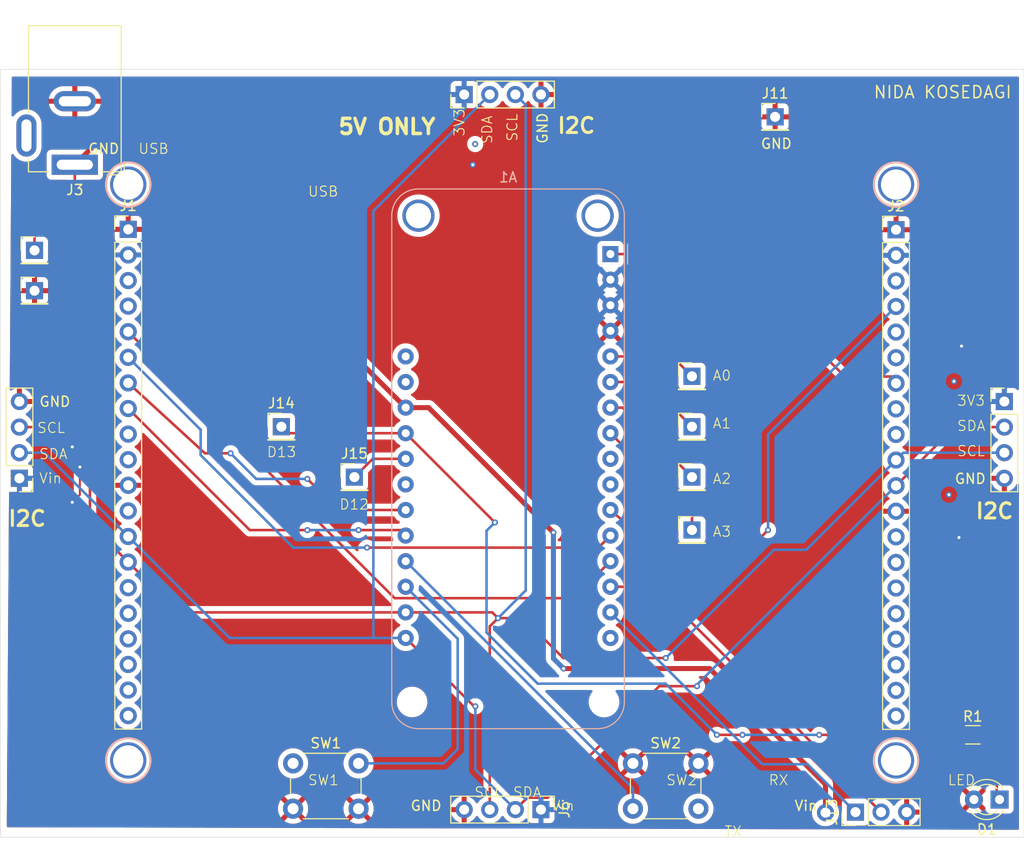
<source format=kicad_pcb>
(kicad_pcb (version 20240108) (generator "pcbnew") (generator_version "8.0")
  (layers (0 "F.Cu" signal) (31 "B.Cu" signal) (34 "B.Paste" user) (35 "F.Paste" user) (36 "B.SilkS" user "B.Silkscreen") (37 "F.SilkS" user "F.Silkscreen") (38 "B.Mask" user) (39 "F.Mask" user) (44 "Edge.Cuts" user))
  (net 0 "")
  (net 1 "GND")
  (net 2 "RESET")
  (net 3 "3V3")
  (net 4 "A0")
  (net 5 "A1")
  (net 6 "A2")
  (net 7 "A3")
  (net 8 "A4")
  (net 9 "A5")
  (net 10 "SCK")
  (net 11 "MOSI")
  (net 12 "MISO")
  (net 13 "RX")
  (net 14 "TX")
  (net 15 "TXD0")
  (net 16 "SDA")
  (net 17 "SCL")
  (net 18 "D5")
  (net 19 "D6")
  (net 20 "D10")
  (net 21 "D11")
  (net 22 "D12")
  (net 23 "D13")
  (net 24 "Vin")
  (net 27 "Net-(D1-K)")
  (net 29 "CLK")
  (net 30 "D{slash}C")
  (net 31 "RST")
  (net 41 "unconnected-(J2-Pin_4-Pad4)")
  (footprint "Connector_PinHeader_2.54mm:PinHeader_1x03_P2.54mm_Vertical" (layer "F.Cu") (at 186.475 139.75 90)
    (property "Reference" "J13" (at 0 -2.33 90) (layer "F.SilkS"))
    (property "Value" "Conn_01x03")
    (pad "1" thru_hole rect (at 0 0 90) (size 1.7 1.7) (drill 1) (layers "*.Cu" "*.Mask") (net 14 "TX"))
    (pad "2" thru_hole oval (at 0 2.54 90) (size 1.7 1.7) (drill 1) (layers "*.Cu" "*.Mask") (net 13 "RX"))
    (pad "3" thru_hole oval (at 0 5.08 90) (size 1.7 1.7) (drill 1) (layers "*.Cu" "*.Mask") (net 1 "GND"))
  )
  (footprint "Resistor_SMD:R_1206_3216Metric_Pad1.30x1.75mm_HandSolder" (layer "F.Cu") (at 198.12 132.08)
    (property "Reference" "R1" (at 0 -1.82 0) (layer "F.SilkS"))
    (property "Value" "220R")
    (pad "1" smd roundrect (at -1.55 0) (size 1.3 1.75) (layers "F.Cu" "F.Paste" "F.Mask") (roundrect_rratio 0.1923076923) (net 23 "D13"))
    (pad "2" smd roundrect (at 1.55 0) (size 1.3 1.75) (layers "F.Cu" "F.Paste" "F.Mask") (roundrect_rratio 0.1923076923) (net 27 "Net-(D1-K)"))
  )
  (footprint "Connector_PinHeader_2.54mm:PinHeader_1x01_P2.54mm_Vertical" (layer "F.Cu") (at 105 88)
    (property "Reference" "J12" (hide yes))
    (property "Value" "Conn_01x01" (hide yes))
    (pad "1" thru_hole rect (at 0 0) (size 1.7 1.7) (drill 1) (layers "*.Cu" "*.Mask") (net 1 "GND"))
  )
  (footprint "" (layer "F.Cu") (at 183.5 139.7)
    (property "Reference" "" (at 0 0 0) (layer "F.SilkS") (effects (font (size 1.27 1.27))))
    (property "Value" "")
    (pad "2" thru_hole oval (at 0 0.1 90) (size 1.7 1.7) (drill 1) (layers "*.Cu" "*.Mask" "Eco1.User") (net 24 "Vin"))
  )
  (footprint "Connector_PinHeader_2.54mm:PinHeader_1x04_P2.54mm_Vertical" (layer "F.Cu") (at 147.641059 68.534826 90)
    (property "Reference" "J7" (hide yes))
    (property "Value" "Conn_01x04" (hide yes))
    (pad "1" thru_hole rect (at 0 0 90) (size 1.7 1.7) (drill 1) (layers "*.Cu" "*.Mask") (net 3 "3V3"))
    (pad "2" thru_hole oval (at 0 2.54 90) (size 1.7 1.7) (drill 1) (layers "*.Cu" "*.Mask") (net 16 "SDA"))
    (pad "3" thru_hole oval (at 0 5.08 90) (size 1.7 1.7) (drill 1) (layers "*.Cu" "*.Mask") (net 17 "SCL"))
    (pad "4" thru_hole oval (at 0 7.62 90) (size 1.7 1.7) (drill 1) (layers "*.Cu" "*.Mask") (net 1 "GND"))
  )
  (footprint "Connector_PinHeader_2.54mm:PinHeader_1x01_P2.54mm_Vertical" (layer "F.Cu") (at 170.25 106.5)
    (property "Reference" "J17" (hide yes))
    (property "Value" "Conn_01x01" (hide yes))
    (pad "1" thru_hole rect (at 0 0) (size 1.7 1.7) (drill 1) (layers "*.Cu" "*.Mask") (net 6 "A2"))
  )
  (footprint "Connector_BarrelJack:BarrelJack_GCT_DCJ200-10-A_Horizontal" (layer "F.Cu") (at 109 75.5 180)
    (property "Reference" "J3" (at 0 -2.5 0) (layer "F.SilkS"))
    (property "Value" "Barrel_Jack")
    (pad "1" thru_hole rect (at 0 0 180) (size 4.6 2) (drill oval 3.6 1) (layers "*.Cu" "*.Mask") (net 24 "Vin"))
    (pad "2" thru_hole oval (at 0 6.3 180) (size 4.2 2) (drill oval 3.2 1) (layers "*.Cu" "*.Mask") (net 1 "GND"))
    (pad "3" thru_hole oval (at 4.8 2.9 180) (size 2 4.2) (drill oval 1 3.2) (layers "*.Cu" "*.Mask"))
  )
  (footprint "LED_THT:LED_D3.0mm" (layer "F.Cu") (at 200.775 138.5 180)
    (property "Reference" "D1" (at 1.27 -2.96 0) (layer "F.SilkS"))
    (property "Value" "LED")
    (pad "1" thru_hole rect (at 0 0 180) (size 1.8 1.8) (drill 0.9) (layers "*.Cu" "*.Mask") (net 27 "Net-(D1-K)"))
    (pad "2" thru_hole circle (at 2.54 0 180) (size 1.8 1.8) (drill 0.9) (layers "*.Cu" "*.Mask") (net 1 "GND"))
  )
  (footprint "Connector_PinHeader_2.54mm:PinHeader_1x20_P2.54mm_Vertical" (layer "F.Cu") (at 114.3 81.915)
    (property "Reference" "J1" (at 0 -2.33 0) (layer "F.SilkS"))
    (property "Value" "Conn_01x20" (hide yes))
    (pad "1" thru_hole rect (at 0 0) (size 1.7 1.7) (drill 1) (layers "*.Cu" "*.Mask") (net 1 "GND"))
    (pad "2" thru_hole oval (at 0 2.54) (size 1.7 1.7) (drill 1) (layers "*.Cu" "*.Mask") (net 3 "3V3"))
    (pad "3" thru_hole oval (at 0 5.08) (size 1.7 1.7) (drill 1) (layers "*.Cu" "*.Mask"))
    (pad "4" thru_hole oval (at 0 7.62) (size 1.7 1.7) (drill 1) (layers "*.Cu" "*.Mask") (net 29 "CLK"))
    (pad "5" thru_hole oval (at 0 10.16) (size 1.7 1.7) (drill 1) (layers "*.Cu" "*.Mask") (net 12 "MISO"))
    (pad "6" thru_hole oval (at 0 12.7) (size 1.7 1.7) (drill 1) (layers "*.Cu" "*.Mask") (net 11 "MOSI"))
    (pad "7" thru_hole oval (at 0 15.24) (size 1.7 1.7) (drill 1) (layers "*.Cu" "*.Mask") (net 20 "D10"))
    (pad "8" thru_hole oval (at 0 17.78) (size 1.7 1.7) (drill 1) (layers "*.Cu" "*.Mask") (net 30 "D{slash}C"))
    (pad "9" thru_hole oval (at 0 20.32) (size 1.7 1.7) (drill 1) (layers "*.Cu" "*.Mask") (net 31 "RST"))
    (pad "10" thru_hole oval (at 0 22.86) (size 1.7 1.7) (drill 1) (layers "*.Cu" "*.Mask"))
    (pad "11" thru_hole oval (at 0 25.4) (size 1.7 1.7) (drill 1) (layers "*.Cu" "*.Mask") (net 1 "GND"))
    (pad "12" thru_hole oval (at 0 27.94) (size 1.7 1.7) (drill 1) (layers "*.Cu" "*.Mask"))
    (pad "13" thru_hole oval (at 0 30.48) (size 1.7 1.7) (drill 1) (layers "*.Cu" "*.Mask") (net 16 "SDA"))
    (pad "14" thru_hole oval (at 0 33.02) (size 1.7 1.7) (drill 1) (layers "*.Cu" "*.Mask") (net 17 "SCL"))
    (pad "15" thru_hole oval (at 0 35.56) (size 1.7 1.7) (drill 1) (layers "*.Cu" "*.Mask"))
    (pad "16" thru_hole oval (at 0 38.1) (size 1.7 1.7) (drill 1) (layers "*.Cu" "*.Mask"))
    (pad "17" thru_hole oval (at 0 40.64) (size 1.7 1.7) (drill 1) (layers "*.Cu" "*.Mask"))
    (pad "18" thru_hole oval (at 0 43.18) (size 1.7 1.7) (drill 1) (layers "*.Cu" "*.Mask"))
    (pad "19" thru_hole oval (at 0 45.72) (size 1.7 1.7) (drill 1) (layers "*.Cu" "*.Mask"))
    (pad "20" thru_hole oval (at 0 48.26) (size 1.7 1.7) (drill 1) (layers "*.Cu" "*.Mask"))
  )
  (footprint "Connector_PinHeader_2.54mm:PinHeader_1x04_P2.54mm_Vertical" (layer "F.Cu") (at 155.261059 139.5 -90)
    (property "Reference" "J6" (at 0 -2.33 90) (layer "F.SilkS"))
    (property "Value" "Conn_01x04")
    (pad "1" thru_hole rect (at 0 0 270) (size 1.7 1.7) (drill 1) (layers "*.Cu" "*.Mask") (net 3 "3V3"))
    (pad "2" thru_hole oval (at 0 2.54 270) (size 1.7 1.7) (drill 1) (layers "*.Cu" "*.Mask") (net 16 "SDA"))
    (pad "3" thru_hole oval (at 0 5.08 270) (size 1.7 1.7) (drill 1) (layers "*.Cu" "*.Mask") (net 17 "SCL"))
    (pad "4" thru_hole oval (at 0 7.62 270) (size 1.7 1.7) (drill 1) (layers "*.Cu" "*.Mask") (net 1 "GND"))
  )
  (footprint "Connector_PinHeader_2.54mm:PinHeader_1x01_P2.54mm_Vertical" (layer "F.Cu") (at 178.5 70.75)
    (property "Reference" "J11" (at 0 -2.33 0) (layer "F.SilkS"))
    (property "Value" "Conn_01x01" (hide yes))
    (pad "1" thru_hole rect (at 0 0) (size 1.7 1.7) (drill 1) (layers "*.Cu" "*.Mask") (net 1 "GND"))
  )
  (footprint "Button_Switch_THT:SW_PUSH_6mm" (layer "F.Cu") (at 130.66 134.91)
    (property "Reference" "SW1" (at 3.25 -2 0) (layer "F.SilkS"))
    (property "Value" "SW_Push_Dual")
    (pad "1" thru_hole circle (at 0 0 90) (size 2 2) (drill 1.1) (layers "*.Cu" "*.Mask") (net 18 "D5"))
    (pad "1" thru_hole circle (at 6.5 0 90) (size 2 2) (drill 1.1) (layers "*.Cu" "*.Mask") (net 18 "D5"))
    (pad "2" thru_hole circle (at 0 4.5 90) (size 2 2) (drill 1.1) (layers "*.Cu" "*.Mask") (net 1 "GND"))
    (pad "2" thru_hole circle (at 6.5 4.5 90) (size 2 2) (drill 1.1) (layers "*.Cu" "*.Mask") (net 1 "GND"))
  )
  (footprint "Connector_PinHeader_2.54mm:PinHeader_1x04_P2.54mm_Vertical" (layer "F.Cu") (at 103.5 106.62 180)
    (property "Reference" "J5" (hide yes))
    (property "Value" "Conn_01x04" (hide yes))
    (pad "1" thru_hole rect (at 0 0 180) (size 1.7 1.7) (drill 1) (layers "*.Cu" "*.Mask") (net 3 "3V3"))
    (pad "2" thru_hole oval (at 0 2.54 180) (size 1.7 1.7) (drill 1) (layers "*.Cu" "*.Mask") (net 16 "SDA"))
    (pad "3" thru_hole oval (at 0 5.08 180) (size 1.7 1.7) (drill 1) (layers "*.Cu" "*.Mask") (net 17 "SCL"))
    (pad "4" thru_hole oval (at 0 7.62 180) (size 1.7 1.7) (drill 1) (layers "*.Cu" "*.Mask") (net 1 "GND"))
  )
  (footprint "Connector_PinHeader_2.54mm:PinHeader_1x01_P2.54mm_Vertical" (layer "F.Cu") (at 136.75 106.5)
    (property "Reference" "J15" (at 0 -2.33 0) (layer "F.SilkS"))
    (property "Value" "Conn_01x01" (hide yes))
    (pad "1" thru_hole rect (at 0 0) (size 1.7 1.7) (drill 1) (layers "*.Cu" "*.Mask") (net 22 "D12"))
  )
  (footprint "Connector_PinHeader_2.54mm:PinHeader_1x01_P2.54mm_Vertical" (layer "F.Cu") (at 105 84)
    (property "Reference" "J10" (hide yes))
    (property "Value" "Conn_01x01" (hide yes))
    (pad "1" thru_hole rect (at 0 0) (size 1.7 1.7) (drill 1) (layers "*.Cu" "*.Mask") (net 24 "Vin"))
  )
  (footprint "Connector_PinHeader_2.54mm:PinHeader_1x04_P2.54mm_Vertical" (layer "F.Cu") (at 201.25 99)
    (property "Reference" "J4" (hide yes))
    (property "Value" "Conn_01x04" (hide yes))
    (pad "1" thru_hole rect (at 0 0) (size 1.7 1.7) (drill 1) (layers "*.Cu" "*.Mask") (net 3 "3V3"))
    (pad "2" thru_hole oval (at 0 2.54) (size 1.7 1.7) (drill 1) (layers "*.Cu" "*.Mask") (net 16 "SDA"))
    (pad "3" thru_hole oval (at 0 5.08) (size 1.7 1.7) (drill 1) (layers "*.Cu" "*.Mask") (net 17 "SCL"))
    (pad "4" thru_hole oval (at 0 7.62) (size 1.7 1.7) (drill 1) (layers "*.Cu" "*.Mask") (net 1 "GND"))
  )
  (footprint "Connector_PinHeader_2.54mm:PinHeader_1x20_P2.54mm_Vertical" (layer "F.Cu") (at 190.5 81.95)
    (property "Reference" "J2" (at 0 -2.33 0) (layer "F.SilkS"))
    (property "Value" "Conn_01x20")
    (pad "1" thru_hole rect (at 0 0) (size 1.7 1.7) (drill 1) (layers "*.Cu" "*.Mask") (net 1 "GND"))
    (pad "2" thru_hole oval (at 0 2.54) (size 1.7 1.7) (drill 1) (layers "*.Cu" "*.Mask") (net 3 "3V3"))
    (pad "3" thru_hole oval (at 0 5.08) (size 1.7 1.7) (drill 1) (layers "*.Cu" "*.Mask"))
    (pad "4" thru_hole oval (at 0 7.62) (size 1.7 1.7) (drill 1) (layers "*.Cu" "*.Mask") (net 41 "unconnected-(J2-Pin_4-Pad4)"))
    (pad "5" thru_hole oval (at 0 10.16) (size 1.7 1.7) (drill 1) (layers "*.Cu" "*.Mask"))
    (pad "6" thru_hole oval (at 0 12.7) (size 1.7 1.7) (drill 1) (layers "*.Cu" "*.Mask"))
    (pad "7" thru_hole oval (at 0 15.24) (size 1.7 1.7) (drill 1) (layers "*.Cu" "*.Mask"))
    (pad "8" thru_hole oval (at 0 17.78) (size 1.7 1.7) (drill 1) (layers "*.Cu" "*.Mask"))
    (pad "9" thru_hole oval (at 0 20.32) (size 1.7 1.7) (drill 1) (layers "*.Cu" "*.Mask"))
    (pad "10" thru_hole oval (at 0 22.86) (size 1.7 1.7) (drill 1) (layers "*.Cu" "*.Mask") (net 17 "SCL"))
    (pad "11" thru_hole oval (at 0 25.4) (size 1.7 1.7) (drill 1) (layers "*.Cu" "*.Mask") (net 16 "SDA"))
    (pad "12" thru_hole oval (at 0 27.94) (size 1.7 1.7) (drill 1) (layers "*.Cu" "*.Mask") (net 1 "GND"))
    (pad "13" thru_hole oval (at 0 30.48) (size 1.7 1.7) (drill 1) (layers "*.Cu" "*.Mask"))
    (pad "14" thru_hole oval (at 0 33.02) (size 1.7 1.7) (drill 1) (layers "*.Cu" "*.Mask"))
    (pad "15" thru_hole oval (at 0 35.56) (size 1.7 1.7) (drill 1) (layers "*.Cu" "*.Mask"))
    (pad "16" thru_hole oval (at 0 38.1) (size 1.7 1.7) (drill 1) (layers "*.Cu" "*.Mask"))
    (pad "17" thru_hole oval (at 0 40.64) (size 1.7 1.7) (drill 1) (layers "*.Cu" "*.Mask"))
    (pad "18" thru_hole oval (at 0 43.18) (size 1.7 1.7) (drill 1) (layers "*.Cu" "*.Mask"))
    (pad "19" thru_hole oval (at 0 45.72) (size 1.7 1.7) (drill 1) (layers "*.Cu" "*.Mask"))
    (pad "20" thru_hole oval (at 0 48.26) (size 1.7 1.7) (drill 1) (layers "*.Cu" "*.Mask"))
  )
  (footprint "Connector_PinHeader_2.54mm:PinHeader_1x01_P2.54mm_Vertical" (layer "F.Cu") (at 129.5 101.5)
    (property "Reference" "J14" (at 0 -2.33 0) (layer "F.SilkS"))
    (property "Value" "Conn_01x01" (hide yes))
    (pad "1" thru_hole rect (at 0 0) (size 1.7 1.7) (drill 1) (layers "*.Cu" "*.Mask") (net 23 "D13"))
  )
  (footprint "Connector_PinHeader_2.54mm:PinHeader_1x01_P2.54mm_Vertical" (layer "F.Cu") (at 170.25 111.75)
    (property "Reference" "J16" (hide yes))
    (property "Value" "Conn_01x01" (hide yes))
    (pad "1" thru_hole rect (at 0 0) (size 1.7 1.7) (drill 1) (layers "*.Cu" "*.Mask") (net 7 "A3"))
  )
  (footprint "Connector_PinHeader_2.54mm:PinHeader_1x01_P2.54mm_Vertical" (layer "F.Cu") (at 170.25 101.5)
    (property "Reference" "J9" (hide yes))
    (property "Value" "Conn_01x01" (hide yes))
    (pad "1" thru_hole rect (at 0 0) (size 1.7 1.7) (drill 1) (layers "*.Cu" "*.Mask") (net 5 "A1"))
  )
  (footprint "Connector_PinHeader_2.54mm:PinHeader_1x01_P2.54mm_Vertical" (layer "F.Cu") (at 170.25 96.5)
    (property "Reference" "J8" (hide yes))
    (property "Value" "Conn_01x01" (hide yes))
    (pad "1" thru_hole rect (at 0 0) (size 1.7 1.7) (drill 1) (layers "*.Cu" "*.Mask") (net 4 "A0"))
  )
  (footprint "Button_Switch_THT:SW_PUSH_6mm" (layer "F.Cu") (at 164.39 134.91)
    (property "Reference" "SW2" (at 3.25 -2 0) (layer "F.SilkS"))
    (property "Value" "SW_Push_Dual")
    (pad "1" thru_hole circle (at 0 0 90) (size 2 2) (drill 1.1) (layers "*.Cu" "*.Mask") (net 1 "GND"))
    (pad "1" thru_hole circle (at 6.5 0 90) (size 2 2) (drill 1.1) (layers "*.Cu" "*.Mask") (net 1 "GND"))
    (pad "2" thru_hole circle (at 0 4.5 90) (size 2 2) (drill 1.1) (layers "*.Cu" "*.Mask") (net 19 "D6"))
    (pad "2" thru_hole circle (at 6.5 4.5 90) (size 2 2) (drill 1.1) (layers "*.Cu" "*.Mask") (net 19 "D6"))
  )
  (footprint "MOUNTINGHOLE_3.0_PLATEDTHIN" (layer "B.Cu") (at 190.5 77.47 90)
    (property "Reference" "U$17" (hide yes))
    (property "Value" "MOUNTINGHOLE3.0THIN" (hide yes))
    (pad "P$1" thru_hole circle (at 0 0 90) (size 3.6 3.6) (drill 3) (layers "*.Cu" "*.Mask"))
    (zone (net 0) (net_name "") (layer "F.Cu") (connect_pads (clearance 0)) (min_thickness 0.25)
      (keepout (tracks not_allowed) (vias not_allowed) (pads not_allowed) (copperpour not_allowed) (footprints allowed))
      (fill (thermal_gap 0.5) (thermal_bridge_width 0.5))
      (polygon (pts (xy 190.5 75.454) (xy 190.780573 75.47362) (xy 191.055685 75.532096) (xy 191.319981 75.628292) (xy 191.568317 75.760335) (xy 191.79586 75.925654) (xy 191.99818 76.121033) (xy 192.17134 76.342667) (xy 192.311969 76.586244) (xy 192.41733 76.847022) (xy 192.485372 77.119925) (xy 192.514772 77.399643) (xy 192.504956 77.680729) (xy 192.456116 77.957715) (xy 192.369203 78.225207) (xy 192.245907 78.478) (xy 192.08863 78.711174) (xy 191.900431 78.920189) (xy 191.684975 79.100978) (xy 191.446455 79.250022) (xy 191.189513 79.36442) (xy 190.91915 79.441946) (xy 190.640629 79.481089) (xy 190.359371 79.481089) (xy 190.08085 79.441946) (xy 189.810487 79.36442) (xy 189.553545 79.250022) (xy 189.315025 79.100978) (xy 189.099569 78.920189) (xy 188.91137 78.711174) (xy 188.754093 78.478) (xy 188.630797 78.225207) (xy 188.543884 77.957715) (xy 188.495044 77.680729) (xy 188.485228 77.399643) (xy 188.514628 77.119925) (xy 188.58267 76.847022) (xy 188.688031 76.586244) (xy 188.82866 76.342667) (xy 189.00182 76.121033) (xy 189.20414 75.925654) (xy 189.431683 75.760335) (xy 189.680019 75.628292) (xy 189.944315 75.532096) (xy 190.219427 75.47362)))
      (polygon (pts (xy 190.5 77.486) (xy 190.488686 77.481314) (xy 190.484 77.47) (xy 190.488686 77.458686) (xy 190.5 77.454) (xy 190.511314 77.458686) (xy 190.516 77.47) (xy 190.511314 77.481314)))
    )
    (zone (net 0) (net_name "") (layer "B.Cu") (connect_pads (clearance 0)) (min_thickness 0.25)
      (keepout (tracks not_allowed) (vias not_allowed) (pads not_allowed) (copperpour not_allowed) (footprints allowed))
      (fill (thermal_gap 0.5) (thermal_bridge_width 0.5))
      (polygon (pts (xy 190.5 75.454) (xy 190.780573 75.47362) (xy 191.055685 75.532096) (xy 191.319981 75.628292) (xy 191.568317 75.760335) (xy 191.79586 75.925654) (xy 191.99818 76.121033) (xy 192.17134 76.342667) (xy 192.311969 76.586244) (xy 192.41733 76.847022) (xy 192.485372 77.119925) (xy 192.514772 77.399643) (xy 192.504956 77.680729) (xy 192.456116 77.957715) (xy 192.369203 78.225207) (xy 192.245907 78.478) (xy 192.08863 78.711174) (xy 191.900431 78.920189) (xy 191.684975 79.100978) (xy 191.446455 79.250022) (xy 191.189513 79.36442) (xy 190.91915 79.441946) (xy 190.640629 79.481089) (xy 190.359371 79.481089) (xy 190.08085 79.441946) (xy 189.810487 79.36442) (xy 189.553545 79.250022) (xy 189.315025 79.100978) (xy 189.099569 78.920189) (xy 188.91137 78.711174) (xy 188.754093 78.478) (xy 188.630797 78.225207) (xy 188.543884 77.957715) (xy 188.495044 77.680729) (xy 188.485228 77.399643) (xy 188.514628 77.119925) (xy 188.58267 76.847022) (xy 188.688031 76.586244) (xy 188.82866 76.342667) (xy 189.00182 76.121033) (xy 189.20414 75.925654) (xy 189.431683 75.760335) (xy 189.680019 75.628292) (xy 189.944315 75.532096) (xy 190.219427 75.47362)))
      (polygon (pts (xy 190.5 77.486) (xy 190.488686 77.481314) (xy 190.484 77.47) (xy 190.488686 77.458686) (xy 190.5 77.454) (xy 190.511314 77.458686) (xy 190.516 77.47) (xy 190.511314 77.481314)))
    )
  )
  (footprint "Module:Adafruit_Feather_M0_Wifi_WithMountingHoles" (layer "B.Cu") (at 162.155828 84.3661 180)
    (property "Reference" "A1" (at 10.16 7.62 0) (layer "B.SilkS") (effects (justify mirror)))
    (property "Value" "Adafruit_Feather_M0_Wifi" (hide yes))
    (pad "" np_thru_hole circle (at 0.635 -44.45 270) (size 2.54 2.54) (drill 2.54) (layers "*.Cu" "*.Mask"))
    (pad "" np_thru_hole circle (at 1.27 3.81 270) (size 3.2 3.2) (drill 2.5) (layers "*.Cu" "*.Mask"))
    (pad "" np_thru_hole circle (at 19.05 3.81 270) (size 3.2 3.2) (drill 2.5) (layers "*.Cu" "*.Mask"))
    (pad "" np_thru_hole circle (at 19.685 -44.45 270) (size 2.54 2.54) (drill 2.54) (layers "*.Cu" "*.Mask"))
    (pad "1" thru_hole rect (at 0 0) (size 1.6 1.6) (drill 0.8) (layers "*.Cu" "*.Mask") (net 2 "RESET"))
    (pad "2" thru_hole circle (at 0 -2.54) (size 1.6 1.6) (drill 0.8) (layers "*.Cu" "*.Mask") (net 3 "3V3"))
    (pad "3" thru_hole circle (at 0 -5.08) (size 1.6 1.6) (drill 0.8) (layers "*.Cu" "*.Mask") (net 3 "3V3"))
    (pad "4" thru_hole circle (at 0 -7.62) (size 1.6 1.6) (drill 0.8) (layers "*.Cu" "*.Mask") (net 1 "GND"))
    (pad "5" thru_hole circle (at 0 -10.16) (size 1.6 1.6) (drill 0.8) (layers "*.Cu" "*.Mask") (net 4 "A0"))
    (pad "6" thru_hole circle (at 0 -12.7) (size 1.6 1.6) (drill 0.8) (layers "*.Cu" "*.Mask") (net 5 "A1"))
    (pad "7" thru_hole circle (at 0 -15.24) (size 1.6 1.6) (drill 0.8) (layers "*.Cu" "*.Mask") (net 6 "A2"))
    (pad "8" thru_hole circle (at 0 -17.78) (size 1.6 1.6) (drill 0.8) (layers "*.Cu" "*.Mask") (net 7 "A3"))
    (pad "9" thru_hole circle (at 0 -20.32) (size 1.6 1.6) (drill 0.8) (layers "*.Cu" "*.Mask") (net 8 "A4"))
    (pad "10" thru_hole circle (at 0 -22.86) (size 1.6 1.6) (drill 0.8) (layers "*.Cu" "*.Mask") (net 9 "A5"))
    (pad "11" thru_hole circle (at 0 -25.4) (size 1.6 1.6) (drill 0.8) (layers "*.Cu" "*.Mask") (net 10 "SCK"))
    (pad "12" thru_hole circle (at 0 -27.94) (size 1.6 1.6) (drill 0.8) (layers "*.Cu" "*.Mask") (net 11 "MOSI"))
    (pad "13" thru_hole circle (at 0 -30.48) (size 1.6 1.6) (drill 0.8) (layers "*.Cu" "*.Mask") (net 12 "MISO"))
    (pad "14" thru_hole circle (at 0 -33.02) (size 1.6 1.6) (drill 0.8) (layers "*.Cu" "*.Mask") (net 13 "RX"))
    (pad "15" thru_hole circle (at 0 -35.56) (size 1.6 1.6) (drill 0.8) (layers "*.Cu" "*.Mask") (net 14 "TX"))
    (pad "16" thru_hole circle (at 0 -38.1) (size 1.6 1.6) (drill 0.8) (layers "*.Cu" "*.Mask") (net 15 "TXD0"))
    (pad "17" thru_hole circle (at 20.32 -38.1) (size 1.6 1.6) (drill 0.8) (layers "*.Cu" "*.Mask") (net 16 "SDA"))
    (pad "18" thru_hole circle (at 20.32 -35.56) (size 1.6 1.6) (drill 0.8) (layers "*.Cu" "*.Mask") (net 17 "SCL"))
    (pad "19" thru_hole circle (at 20.32 -33.02) (size 1.6 1.6) (drill 0.8) (layers "*.Cu" "*.Mask") (net 18 "D5"))
    (pad "20" thru_hole circle (at 20.32 -30.48) (size 1.6 1.6) (drill 0.8) (layers "*.Cu" "*.Mask") (net 19 "D6"))
    (pad "21" thru_hole circle (at 20.32 -27.94) (size 1.6 1.6) (drill 0.8) (layers "*.Cu" "*.Mask") (net 30 "D{slash}C"))
    (pad "22" thru_hole circle (at 20.32 -25.4) (size 1.6 1.6) (drill 0.8) (layers "*.Cu" "*.Mask") (net 20 "D10"))
    (pad "23" thru_hole circle (at 20.32 -22.86) (size 1.6 1.6) (drill 0.8) (layers "*.Cu" "*.Mask") (net 21 "D11"))
    (pad "24" thru_hole circle (at 20.32 -20.32) (size 1.6 1.6) (drill 0.8) (layers "*.Cu" "*.Mask") (net 22 "D12"))
    (pad "25" thru_hole circle (at 20.32 -17.78) (size 1.6 1.6) (drill 0.8) (layers "*.Cu" "*.Mask") (net 23 "D13"))
    (pad "26" thru_hole circle (at 20.32 -15.24) (size 1.6 1.6) (drill 0.8) (layers "*.Cu" "*.Mask") (net 24 "Vin"))
    (pad "27" thru_hole circle (at 20.32 -12.7) (size 1.6 1.6) (drill 0.8) (layers "*.Cu" "*.Mask"))
    (pad "28" thru_hole circle (at 20.32 -10.16) (size 1.6 1.6) (drill 0.8) (layers "*.Cu" "*.Mask"))
  )
  (footprint "MOUNTINGHOLE_3.0_PLATEDTHIN" (layer "B.Cu") (at 114.3 77.47 90)
    (property "Reference" "U$15" (hide yes))
    (property "Value" "MOUNTINGHOLE3.0THIN" (hide yes))
    (pad "P$1" thru_hole circle (at 0 0 90) (size 3.6 3.6) (drill 3) (layers "*.Cu" "*.Mask"))
    (zone (net 0) (net_name "") (layer "F.Cu") (connect_pads (clearance 0)) (min_thickness 0.25)
      (keepout (tracks not_allowed) (vias not_allowed) (pads not_allowed) (copperpour not_allowed) (footprints allowed))
      (fill (thermal_gap 0.5) (thermal_bridge_width 0.5))
      (polygon (pts (xy 114.3 75.454) (xy 114.580573 75.47362) (xy 114.855685 75.532096) (xy 115.119981 75.628292) (xy 115.368317 75.760335) (xy 115.59586 75.925654) (xy 115.79818 76.121033) (xy 115.97134 76.342667) (xy 116.111969 76.586244) (xy 116.21733 76.847022) (xy 116.285372 77.119925) (xy 116.314772 77.399643) (xy 116.304956 77.680729) (xy 116.256116 77.957715) (xy 116.169203 78.225207) (xy 116.045907 78.478) (xy 115.88863 78.711174) (xy 115.700431 78.920189) (xy 115.484975 79.100978) (xy 115.246455 79.250022) (xy 114.989513 79.36442) (xy 114.71915 79.441946) (xy 114.440629 79.481089) (xy 114.159371 79.481089) (xy 113.88085 79.441946) (xy 113.610487 79.36442) (xy 113.353545 79.250022) (xy 113.115025 79.100978) (xy 112.899569 78.920189) (xy 112.71137 78.711174) (xy 112.554093 78.478) (xy 112.430797 78.225207) (xy 112.343884 77.957715) (xy 112.295044 77.680729) (xy 112.285228 77.399643) (xy 112.314628 77.119925) (xy 112.38267 76.847022) (xy 112.488031 76.586244) (xy 112.62866 76.342667) (xy 112.80182 76.121033) (xy 113.00414 75.925654) (xy 113.231683 75.760335) (xy 113.480019 75.628292) (xy 113.744315 75.532096) (xy 114.019427 75.47362)))
      (polygon (pts (xy 114.3 77.486) (xy 114.288686 77.481314) (xy 114.284 77.47) (xy 114.288686 77.458686) (xy 114.3 77.454) (xy 114.311314 77.458686) (xy 114.316 77.47) (xy 114.311314 77.481314)))
    )
    (zone (net 0) (net_name "") (layer "B.Cu") (connect_pads (clearance 0)) (min_thickness 0.25)
      (keepout (tracks not_allowed) (vias not_allowed) (pads not_allowed) (copperpour not_allowed) (footprints allowed))
      (fill (thermal_gap 0.5) (thermal_bridge_width 0.5))
      (polygon (pts (xy 114.3 75.454) (xy 114.580573 75.47362) (xy 114.855685 75.532096) (xy 115.119981 75.628292) (xy 115.368317 75.760335) (xy 115.59586 75.925654) (xy 115.79818 76.121033) (xy 115.97134 76.342667) (xy 116.111969 76.586244) (xy 116.21733 76.847022) (xy 116.285372 77.119925) (xy 116.314772 77.399643) (xy 116.304956 77.680729) (xy 116.256116 77.957715) (xy 116.169203 78.225207) (xy 116.045907 78.478) (xy 115.88863 78.711174) (xy 115.700431 78.920189) (xy 115.484975 79.100978) (xy 115.246455 79.250022) (xy 114.989513 79.36442) (xy 114.71915 79.441946) (xy 114.440629 79.481089) (xy 114.159371 79.481089) (xy 113.88085 79.441946) (xy 113.610487 79.36442) (xy 113.353545 79.250022) (xy 113.115025 79.100978) (xy 112.899569 78.920189) (xy 112.71137 78.711174) (xy 112.554093 78.478) (xy 112.430797 78.225207) (xy 112.343884 77.957715) (xy 112.295044 77.680729) (xy 112.285228 77.399643) (xy 112.314628 77.119925) (xy 112.38267 76.847022) (xy 112.488031 76.586244) (xy 112.62866 76.342667) (xy 112.80182 76.121033) (xy 113.00414 75.925654) (xy 113.231683 75.760335) (xy 113.480019 75.628292) (xy 113.744315 75.532096) (xy 114.019427 75.47362)))
      (polygon (pts (xy 114.3 77.486) (xy 114.288686 77.481314) (xy 114.284 77.47) (xy 114.288686 77.458686) (xy 114.3 77.454) (xy 114.311314 77.458686) (xy 114.316 77.47) (xy 114.311314 77.481314)))
    )
  )
  (footprint "MOUNTINGHOLE_3.0_PLATEDTHIN" (layer "B.Cu") (at 190.5 134.62 90)
    (property "Reference" "U$16" (hide yes))
    (property "Value" "MOUNTINGHOLE3.0THIN" (hide yes))
    (pad "P$1" thru_hole circle (at 0 0 90) (size 3.6 3.6) (drill 3) (layers "*.Cu" "*.Mask"))
    (zone (net 0) (net_name "") (layer "F.Cu") (connect_pads (clearance 0)) (min_thickness 0.25)
      (keepout (tracks not_allowed) (vias not_allowed) (pads not_allowed) (copperpour not_allowed) (footprints allowed))
      (fill (thermal_gap 0.5) (thermal_bridge_width 0.5))
      (polygon (pts (xy 190.5 132.604) (xy 190.780573 132.62362) (xy 191.055685 132.682096) (xy 191.319981 132.778292) (xy 191.568317 132.910335) (xy 191.79586 133.075654) (xy 191.99818 133.271033) (xy 192.17134 133.492667) (xy 192.311969 133.736244) (xy 192.41733 133.997022) (xy 192.485372 134.269925) (xy 192.514772 134.549643) (xy 192.504956 134.830729) (xy 192.456116 135.107715) (xy 192.369203 135.375207) (xy 192.245907 135.628) (xy 192.08863 135.861174) (xy 191.900431 136.070189) (xy 191.684975 136.250978) (xy 191.446455 136.400022) (xy 191.189513 136.51442) (xy 190.91915 136.591946) (xy 190.640629 136.631089) (xy 190.359371 136.631089) (xy 190.08085 136.591946) (xy 189.810487 136.51442) (xy 189.553545 136.400022) (xy 189.315025 136.250978) (xy 189.099569 136.070189) (xy 188.91137 135.861174) (xy 188.754093 135.628) (xy 188.630797 135.375207) (xy 188.543884 135.107715) (xy 188.495044 134.830729) (xy 188.485228 134.549643) (xy 188.514628 134.269925) (xy 188.58267 133.997022) (xy 188.688031 133.736244) (xy 188.82866 133.492667) (xy 189.00182 133.271033) (xy 189.20414 133.075654) (xy 189.431683 132.910335) (xy 189.680019 132.778292) (xy 189.944315 132.682096) (xy 190.219427 132.62362)))
      (polygon (pts (xy 190.5 134.636) (xy 190.488686 134.631314) (xy 190.484 134.62) (xy 190.488686 134.608686) (xy 190.5 134.604) (xy 190.511314 134.608686) (xy 190.516 134.62) (xy 190.511314 134.631314)))
    )
    (zone (net 0) (net_name "") (layer "B.Cu") (connect_pads (clearance 0)) (min_thickness 0.25)
      (keepout (tracks not_allowed) (vias not_allowed) (pads not_allowed) (copperpour not_allowed) (footprints allowed))
      (fill (thermal_gap 0.5) (thermal_bridge_width 0.5))
      (polygon (pts (xy 190.5 132.604) (xy 190.780573 132.62362) (xy 191.055685 132.682096) (xy 191.319981 132.778292) (xy 191.568317 132.910335) (xy 191.79586 133.075654) (xy 191.99818 133.271033) (xy 192.17134 133.492667) (xy 192.311969 133.736244) (xy 192.41733 133.997022) (xy 192.485372 134.269925) (xy 192.514772 134.549643) (xy 192.504956 134.830729) (xy 192.456116 135.107715) (xy 192.369203 135.375207) (xy 192.245907 135.628) (xy 192.08863 135.861174) (xy 191.900431 136.070189) (xy 191.684975 136.250978) (xy 191.446455 136.400022) (xy 191.189513 136.51442) (xy 190.91915 136.591946) (xy 190.640629 136.631089) (xy 190.359371 136.631089) (xy 190.08085 136.591946) (xy 189.810487 136.51442) (xy 189.553545 136.400022) (xy 189.315025 136.250978) (xy 189.099569 136.070189) (xy 188.91137 135.861174) (xy 188.754093 135.628) (xy 188.630797 135.375207) (xy 188.543884 135.107715) (xy 188.495044 134.830729) (xy 188.485228 134.549643) (xy 188.514628 134.269925) (xy 188.58267 133.997022) (xy 188.688031 133.736244) (xy 188.82866 133.492667) (xy 189.00182 133.271033) (xy 189.20414 133.075654) (xy 189.431683 132.910335) (xy 189.680019 132.778292) (xy 189.944315 132.682096) (xy 190.219427 132.62362)))
      (polygon (pts (xy 190.5 134.636) (xy 190.488686 134.631314) (xy 190.484 134.62) (xy 190.488686 134.608686) (xy 190.5 134.604) (xy 190.511314 134.608686) (xy 190.516 134.62) (xy 190.511314 134.631314)))
    )
  )
  (footprint "MOUNTINGHOLE_3.0_PLATEDTHIN" (layer "B.Cu") (at 114.3 134.62 90)
    (property "Reference" "U$7" (hide yes))
    (property "Value" "MOUNTINGHOLE3.0THIN" (hide yes))
    (pad "P$1" thru_hole circle (at 0 0 90) (size 3.6 3.6) (drill 3) (layers "*.Cu" "*.Mask"))
    (zone (net 0) (net_name "") (layer "F.Cu") (connect_pads (clearance 0)) (min_thickness 0.25)
      (keepout (tracks not_allowed) (vias not_allowed) (pads not_allowed) (copperpour not_allowed) (footprints allowed))
      (fill (thermal_gap 0.5) (thermal_bridge_width 0.5))
      (polygon (pts (xy 114.3 132.604) (xy 114.580573 132.62362) (xy 114.855685 132.682096) (xy 115.119981 132.778292) (xy 115.368317 132.910335) (xy 115.59586 133.075654) (xy 115.79818 133.271033) (xy 115.97134 133.492667) (xy 116.111969 133.736244) (xy 116.21733 133.997022) (xy 116.285372 134.269925) (xy 116.314772 134.549643) (xy 116.304956 134.830729) (xy 116.256116 135.107715) (xy 116.169203 135.375207) (xy 116.045907 135.628) (xy 115.88863 135.861174) (xy 115.700431 136.070189) (xy 115.484975 136.250978) (xy 115.246455 136.400022) (xy 114.989513 136.51442) (xy 114.71915 136.591946) (xy 114.440629 136.631089) (xy 114.159371 136.631089) (xy 113.88085 136.591946) (xy 113.610487 136.51442) (xy 113.353545 136.400022) (xy 113.115025 136.250978) (xy 112.899569 136.070189) (xy 112.71137 135.861174) (xy 112.554093 135.628) (xy 112.430797 135.375207) (xy 112.343884 135.107715) (xy 112.295044 134.830729) (xy 112.285228 134.549643) (xy 112.314628 134.269925) (xy 112.38267 133.997022) (xy 112.488031 133.736244) (xy 112.62866 133.492667) (xy 112.80182 133.271033) (xy 113.00414 133.075654) (xy 113.231683 132.910335) (xy 113.480019 132.778292) (xy 113.744315 132.682096) (xy 114.019427 132.62362)))
      (polygon (pts (xy 114.3 134.636) (xy 114.288686 134.631314) (xy 114.284 134.62) (xy 114.288686 134.608686) (xy 114.3 134.604) (xy 114.311314 134.608686) (xy 114.316 134.62) (xy 114.311314 134.631314)))
    )
    (zone (net 0) (net_name "") (layer "B.Cu") (connect_pads (clearance 0)) (min_thickness 0.25)
      (keepout (tracks not_allowed) (vias not_allowed) (pads not_allowed) (copperpour not_allowed) (footprints allowed))
      (fill (thermal_gap 0.5) (thermal_bridge_width 0.5))
      (polygon (pts (xy 114.3 132.604) (xy 114.580573 132.62362) (xy 114.855685 132.682096) (xy 115.119981 132.778292) (xy 115.368317 132.910335) (xy 115.59586 133.075654) (xy 115.79818 133.271033) (xy 115.97134 133.492667) (xy 116.111969 133.736244) (xy 116.21733 133.997022) (xy 116.285372 134.269925) (xy 116.314772 134.549643) (xy 116.304956 134.830729) (xy 116.256116 135.107715) (xy 116.169203 135.375207) (xy 116.045907 135.628) (xy 115.88863 135.861174) (xy 115.700431 136.070189) (xy 115.484975 136.250978) (xy 115.246455 136.400022) (xy 114.989513 136.51442) (xy 114.71915 136.591946) (xy 114.440629 136.631089) (xy 114.159371 136.631089) (xy 113.88085 136.591946) (xy 113.610487 136.51442) (xy 113.353545 136.400022) (xy 113.115025 136.250978) (xy 112.899569 136.070189) (xy 112.71137 135.861174) (xy 112.554093 135.628) (xy 112.430797 135.375207) (xy 112.343884 135.107715) (xy 112.295044 134.830729) (xy 112.285228 134.549643) (xy 112.314628 134.269925) (xy 112.38267 133.997022) (xy 112.488031 133.736244) (xy 112.62866 133.492667) (xy 112.80182 133.271033) (xy 113.00414 133.075654) (xy 113.231683 132.910335) (xy 113.480019 132.778292) (xy 113.744315 132.682096) (xy 114.019427 132.62362)))
      (polygon (pts (xy 114.3 134.636) (xy 114.288686 134.631314) (xy 114.284 134.62) (xy 114.288686 134.608686) (xy 114.3 134.604) (xy 114.311314 134.608686) (xy 114.316 134.62) (xy 114.311314 134.631314)))
    )
  )
  (gr_rect (start 101.6 66.04) (end 203.2 142.24) (stroke (width 0.05)) (fill none) (layer "Edge.Cuts"))
  (gr_text "GND" (at 177 74 0) (layer "F.SilkS") (effects (font (size 1 1)) (justify left bottom)))
  (gr_text "GND" (at 156 73.5 90) (layer "F.SilkS") (effects (font (size 1 1)) (justify left bottom)))
  (gr_text "3V3" (at 196.5 99.5 0) (layer "F.SilkS") (effects (font (size 1 1) (thickness 0.1)) (justify left bottom)))
  (gr_text "I2C" (at 102.25 111.5 0) (layer "F.SilkS") (effects (font (size 1.5 1.5) (thickness 0.3) (bold yes)) (justify left bottom)))
  (gr_text "A1" (at 172.25 101.75 0) (layer "F.SilkS") (effects (font (size 1 1) (thickness 0.1)) (justify left bottom)))
  (gr_text "SCL" (at 148.59 138.37 0) (layer "F.SilkS") (effects (font (size 1 1) (thickness 0.1)) (justify left bottom)))
  (gr_text "GND" (at 110.25 74.5 0) (layer "F.SilkS") (effects (font (size 1 1)) (justify left bottom)))
  (gr_text "3V3" (at 147.75 72.75 90) (layer "F.SilkS") (effects (font (size 1 1) (thickness 0.1)) (justify left bottom)))
  (gr_text "GND" (at 105.4 99.6 0) (layer "F.SilkS") (effects (font (size 1 1)) (justify left bottom)))
  (gr_text "SCL" (at 153 73.25 90) (layer "F.SilkS") (effects (font (size 1 1) (thickness 0.1)) (justify left bottom)))
  (gr_text "5V ONLY" (at 135 72.6 0) (layer "F.SilkS") (effects (font (size 1.5 1.5) (thickness 0.35) (bold yes)) (justify left bottom)))
  (gr_text "SDA" (at 150.5 73.5 90) (layer "F.SilkS") (effects (font (size 1 1) (thickness 0.1)) (justify left bottom)))
  (gr_text "SW1" (at 132.08 137.16 0) (layer "F.SilkS") (effects (font (size 1 1) (thickness 0.1)) (justify left bottom)))
  (gr_text "I2C" (at 198.25 110.75 0) (layer "F.SilkS") (effects (font (size 1.5 1.5) (thickness 0.3) (bold yes)) (justify left bottom)))
  (gr_text "RX" (at 177.8 137.16 0) (layer "F.SilkS") (effects (font (size 1 1) (thickness 0.1)) (justify left bottom)))
  (gr_text "A3" (at 172.25 112.5 0) (layer "F.SilkS") (effects (font (size 1 1) (thickness 0.1)) (justify left bottom)))
  (gr_text "LED" (at 195.58 137.16 0) (layer "F.SilkS") (effects (font (size 1 1) (thickness 0.1)) (justify left bottom)))
  (gr_text "SDA" (at 196.5 102 0) (layer "F.SilkS") (effects (font (size 1 1) (thickness 0.1)) (justify left bottom)))
  (gr_text "D12\n" (at 135.2 109.8 0) (layer "F.SilkS") (effects (font (size 1 1) (thickness 0.1)) (justify left bottom)))
  (gr_text "GND" (at 196.25 107.25 0) (layer "F.SilkS") (effects (font (size 1 1)) (justify left bottom)))
  (gr_text "SDA" (at 152.43 138.37 0) (layer "F.SilkS") (effects (font (size 1 1) (thickness 0.1)) (justify left bottom)))
  (gr_text "D13" (at 128 104.6 0) (layer "F.SilkS") (effects (font (size 1 1) (thickness 0.1)) (justify left bottom)))
  (gr_text "I2C" (at 156.75 72.5 0) (layer "F.SilkS") (effects (font (size 1.5 1.5) (thickness 0.3) (bold yes)) (justify left bottom)))
  (gr_text "SCL" (at 105.2 102.2 0) (layer "F.SilkS") (effects (font (size 1 1) (thickness 0.1)) (justify left bottom)))
  (gr_text "NIDA KOSEDAGI" (at 188.2 69 0) (layer "F.SilkS") (effects (font (size 1.2 1.2)) (justify left bottom)))
  (gr_text "A0" (at 172.25 97 0) (layer "F.SilkS") (effects (font (size 1 1) (thickness 0.1)) (justify left bottom)))
  (gr_text "GND" (at 142.24 139.7 0) (layer "F.SilkS") (effects (font (size 1 1)) (justify left bottom)))
  (gr_text "SCL" (at 196.5 104.5 0) (layer "F.SilkS") (effects (font (size 1 1) (thickness 0.1)) (justify left bottom)))
  (gr_text "SDA" (at 105.4 104.8 0) (layer "F.SilkS") (effects (font (size 1 1) (thickness 0.1)) (justify left bottom)))
  (gr_text "SW2" (at 167.64 137.16 0) (layer "F.SilkS") (effects (font (size 1 1) (thickness 0.1)) (justify left bottom)))
  (gr_text "USB" (at 132.08 78.74 0) (layer "F.SilkS") (effects (font (size 1 1) (thickness 0.1)) (justify left bottom)))
  (gr_text "USB" (at 115.25 74.5 0) (layer "F.SilkS") (effects (font (size 1 1) (thickness 0.1)) (justify left bottom)))
  (gr_text "Vin" (at 180.34 139.7 0) (layer "F.SilkS") (effects (font (size 1 1)) (justify left bottom)))
  (gr_text "XT" (at 175.26 142.24 0) (layer "F.SilkS") (effects (font (size 1 1) (thickness 0.1)) (justify left bottom mirror)))
  (gr_text "A2" (at 172.25 107.25 0) (layer "F.SilkS") (effects (font (size 1 1) (thickness 0.1)) (justify left bottom)))
  (gr_text "Vin" (at 105.4 107.2 0) (layer "F.SilkS") (effects (font (size 1 1) (thickness 0.1)) (justify left bottom)))
  (gr_text "Vin" (at 156.27 139.7 0) (layer "F.SilkS") (effects (font (size 1 1) (thickness 0.1)) (justify left bottom)))
  (via (at 148.5 75.5) (size 0.6) (drill 0.3) (layers "F.Cu" "B.Cu") (net 1))
  (via (at 195.75 108.25) (size 0.6) (drill 0.3) (layers "F.Cu" "B.Cu") (net 1))
  (via (at 196.25 97) (size 0.6) (drill 0.3) (layers "F.Cu" "B.Cu") (net 1))
  (segment (start 162.155828 84.3661) (end 173.2661 84.3661) (width 0.254) (layer "F.Cu") (net 2))
  (segment (start 173.2661 84.3661) (end 185.42 96.52) (width 0.254) (layer "F.Cu") (net 2))
  (segment (start 185.42 96.52) (end 190.5 96.52) (width 0.254) (layer "F.Cu") (net 2))
  (segment (start 109.5 105.5) (end 109.5 108.25) (width 0.2) (layer "F.Cu") (net 3))
  (segment (start 109.5 108.25) (end 108.75 109) (width 0.2) (layer "F.Cu") (net 3))
  (via (at 108.75 109) (size 0.6) (drill 0.3) (layers "F.Cu" "B.Cu") (net 3))
  (via (at 148.734185 73.447907) (size 0.6) (drill 0.3) (layers "F.Cu" "B.Cu") (net 3))
  (via (at 109.5 105.5) (size 0.6) (drill 0.3) (layers "F.Cu" "B.Cu") (net 3))
  (via (at 197 93.5) (size 0.6) (drill 0.3) (layers "F.Cu" "B.Cu") (net 3))
  (via (at 196.75 112.5) (size 0.6) (drill 0.3) (layers "F.Cu" "B.Cu") (net 3))
  (via (at 150.689728 111) (size 0.6) (drill 0.3) (layers "F.Cu" "B.Cu") (net 3))
  (via (at 108.75 103.5) (size 0.6) (drill 0.3) (layers "F.Cu" "B.Cu") (net 3))
  (segment (start 108.75 109) (end 106.37 106.62) (width 0.2) (layer "B.Cu") (net 3))
  (segment (start 109.5 104.25) (end 109.5 105.5) (width 0.2) (layer "B.Cu") (net 3))
  (segment (start 108.75 103.5) (end 109.5 104.25) (width 0.2) (layer "B.Cu") (net 3))
  (segment (start 106.37 106.62) (end 103.5 106.62) (width 0.2) (layer "B.Cu") (net 3))
  (segment (start 168.2761 94.5261) (end 170.25 96.5) (width 0.254) (layer "F.Cu") (net 4))
  (segment (start 162.155828 94.5261) (end 168.2761 94.5261) (width 0.254) (layer "F.Cu") (net 4))
  (segment (start 162.155828 97.0661) (end 165.8161 97.0661) (width 0.254) (layer "F.Cu") (net 5))
  (segment (start 165.8161 97.0661) (end 170.25 101.5) (width 0.254) (layer "F.Cu") (net 5))
  (segment (start 163.3561 99.6061) (end 170.25 106.5) (width 0.254) (layer "F.Cu") (net 6))
  (segment (start 162.155828 99.6061) (end 163.3561 99.6061) (width 0.254) (layer "F.Cu") (net 6))
  (segment (start 170.25 110.240272) (end 170.25 111.75) (width 0.254) (layer "F.Cu") (net 7))
  (segment (start 162.155828 102.1461) (end 170.25 110.240272) (width 0.254) (layer "F.Cu") (net 7))
  (segment (start 137.75 113.5) (end 160.961928 113.5) (width 0.254) (layer "F.Cu") (net 11))
  (segment (start 160.961928 113.5) (end 162.155828 112.3061) (width 0.254) (layer "F.Cu") (net 11))
  (via (at 138 113.5) (size 0.6) (drill 0.3) (layers "F.Cu" "B.Cu") (net 11))
  (segment (start 130.671606 113.5) (end 121.4898 104.318194) (width 0.254) (layer "B.Cu") (net 11))
  (segment (start 121.4898 104.318194) (end 121.4898 101.8048) (width 0.254) (layer "B.Cu") (net 11))
  (segment (start 121.4898 101.8048) (end 114.3 94.615) (width 0.254) (layer "B.Cu") (net 11))
  (segment (start 138 113.5) (end 130.671606 113.5) (width 0.254) (layer "B.Cu") (net 11))
  (segment (start 114.3 92.075) (end 140.7413 118.5163) (width 0.254) (layer "F.Cu") (net 12))
  (segment (start 158.485628 118.5163) (end 162.155828 114.8461) (width 0.254) (layer "F.Cu") (net 12))
  (segment (start 140.7413 118.5163) (end 158.485628 118.5163) (width 0.254) (layer "F.Cu") (net 12))
  (segment (start 166.6511 117.3861) (end 162.155828 117.3861) (width 0.254) (layer "F.Cu") (net 13))
  (segment (start 189.015 139.75) (end 166.6511 117.3861) (width 0.254) (layer "F.Cu") (net 13))
  (segment (start 181.725 135) (end 177.229728 135) (width 0.254) (layer "B.Cu") (net 14))
  (segment (start 177.229728 135) (end 162.155828 119.9261) (width 0.254) (layer "B.Cu") (net 14))
  (segment (start 186.475 139.75) (end 181.725 135) (width 0.254) (layer "B.Cu") (net 14))
  (segment (start 141.835828 122.4661) (end 148.619728 129.25) (width 0.254) (layer "F.Cu") (net 16))
  (segment (start 148.619728 129.25) (end 148.75 129.25) (width 0.254) (layer "F.Cu") (net 16))
  (segment (start 155.9302 138.3198) (end 153.901259 138.3198) (width 0.254) (layer "F.Cu") (net 16))
  (segment (start 167 127.25) (end 155.9302 138.3198) (width 0.254) (layer "F.Cu") (net 16))
  (segment (start 170.75 127.25) (end 167 127.25) (width 0.254) (layer "F.Cu") (net 16))
  (segment (start 153.901259 138.3198) (end 152.721059 139.5) (width 0.254) (layer "F.Cu") (net 16))
  (segment (start 201.25 101.54) (end 196.31 101.54) (width 0.254) (layer "F.Cu") (net 16))
  (segment (start 196.31 101.54) (end 190.5 107.35) (width 0.254) (layer "F.Cu") (net 16))
  (via (at 148.75 129.25) (size 0.6) (drill 0.3) (layers "F.Cu" "B.Cu") (net 16))
  (via (at 170.75 127.25) (size 0.6) (drill 0.3) (layers "F.Cu" "B.Cu") (net 16))
  (segment (start 150.181059 68.534826) (end 138.6302 80.085685) (width 0.254) (layer "B.Cu") (net 16))
  (segment (start 148.75 129.25) (end 148.75 135.528941) (width 0.254) (layer "B.Cu") (net 16))
  (segment (start 114.3 112.395) (end 124.3711 122.4661) (width 0.254) (layer "B.Cu") (net 16))
  (segment (start 124.3711 122.4661) (end 138.5 122.4661) (width 0.254) (layer "B.Cu") (net 16))
  (segment (start 170.75 127.1) (end 170.75 127.25) (width 0.254) (layer "B.Cu") (net 16))
  (segment (start 138.6302 122.3359) (end 138.5 122.4661) (width 0.254) (layer "B.Cu") (net 16))
  (segment (start 190.5 107.35) (end 170.75 127.1) (width 0.254) (layer "B.Cu") (net 16))
  (segment (start 103.5 104.08) (end 105.985 104.08) (width 0.254) (layer "B.Cu") (net 16))
  (segment (start 138.5 122.4661) (end 141.835828 122.4661) (width 0.254) (layer "B.Cu") (net 16))
  (segment (start 148.75 135.528941) (end 152.721059 139.5) (width 0.254) (layer "B.Cu") (net 16))
  (segment (start 138.6302 80.085685) (end 138.6302 122.3359) (width 0.254) (layer "B.Cu") (net 16))
  (segment (start 105.985 104.08) (end 114.3 112.395) (width 0.254) (layer "B.Cu") (net 16))
  (segment (start 106.04 101.54) (end 103.5 101.54) (width 0.254) (layer "F.Cu") (net 17))
  (segment (start 106.5 102) (end 106.04 101.54) (width 0.254) (layer "F.Cu") (net 17))
  (segment (start 119.2911 119.9261) (end 141.835828 119.9261) (width 0.254) (layer "F.Cu") (net 17))
  (segment (start 103.96 102) (end 103.5 101.54) (width 0.254) (layer "F.Cu") (net 17))
  (segment (start 153.52 120.5) (end 151 120.5) (width 0.254) (layer "F.Cu") (net 17))
  (segment (start 150.4261 119.9261) (end 141.835828 119.9261) (width 0.254) (layer "F.Cu") (net 17))
  (segment (start 114.565 114.935) (end 114.75 114.75) (width 0.254) (layer "F.Cu") (net 17))
  (segment (start 110.5 111.135) (end 110.5 103.5) (width 0.254) (layer "F.Cu") (net 17))
  (segment (start 151 120.5) (end 150.4261 119.9261) (width 0.254) (layer "F.Cu") (net 17))
  (segment (start 114.3 114.935) (end 119.2911 119.9261) (width 0.254) (layer "F.Cu") (net 17))
  (segment (start 114.3 114.935) (end 114.565 114.935) (width 0.254) (layer "F.Cu") (net 17))
  (segment (start 114.3 114.935) (end 110.5 111.135) (width 0.254) (layer "F.Cu") (net 17))
  (segment (start 109 102) (end 106.5 102) (width 0.254) (layer "F.Cu") (net 17))
  (segment (start 157.48 124.46) (end 153.52 120.5) (width 0.254) (layer "F.Cu") (net 17))
  (segment (start 150.181059 121.318941) (end 151 120.5) (width 0.254) (layer "F.Cu") (net 17))
  (segment (start 110.5 103.5) (end 109 102) (width 0.254) (layer "F.Cu") (net 17))
  (segment (start 150.181059 139.5) (end 150.181059 121.318941) (width 0.254) (layer "F.Cu") (net 17))
  (segment (start 167.64 124.46) (end 157.48 124.46) (width 0.254) (layer "F.Cu") (net 17))
  (via (at 167.64 124.46) (size 0.6) (drill 0.3) (layers "F.Cu" "B.Cu") (net 17))
  (via (at 151 120.5) (size 0.6) (drill 0.3) (layers "F.Cu" "B.Cu") (net 17))
  (segment (start 201.25 104.08) (end 191.23 104.08) (width 0.254) (layer "B.Cu") (net 17))
  (segment (start 178.3841 113.7159) (end 170.18 121.92) (width 0.254) (layer "B.Cu") (net 17))
  (segment (start 201.25 104.08) (end 201.25 104.5) (width 0.254) (layer "B.Cu") (net 17))
  (segment (start 190.5 104.81) (end 181.5941 113.7159) (width 0.254) (layer "B.Cu") (net 17))
  (segment (start 153.75 117.75) (end 151 120.5) (width 0.254) (layer "B.Cu") (net 17))
  (segment (start 201.25 104.5) (end 201.5 104.75) (width 0.254) (layer "B.Cu") (net 17))
  (segment (start 191.23 104.08) (end 190.5 104.81) (width 0.254) (layer "B.Cu") (net 17))
  (segment (start 181.5941 113.7159) (end 178.3841 113.7159) (width 0.254) (layer "B.Cu") (net 17))
  (segment (start 153.75 69.563767) (end 153.75 117.75) (width 0.254) (layer "B.Cu") (net 17))
  (segment (start 170.18 121.92) (end 167.64 124.46) (width 0.254) (layer "B.Cu") (net 17))
  (segment (start 152.721059 68.534826) (end 153.75 69.563767) (width 0.254) (layer "B.Cu") (net 17))
  (segment (start 147 133.5) (end 145.59 134.91) (width 0.254) (layer "B.Cu") (net 18))
  (segment (start 141.835828 117.3861) (end 147 122.550272) (width 0.254) (layer "B.Cu") (net 18))
  (segment (start 145.59 134.91) (end 137.16 134.91) (width 0.254) (layer "B.Cu") (net 18))
  (segment (start 147 122.550272) (end 147 133.5) (width 0.254) (layer "B.Cu") (net 18))
  (segment (start 164.39 139.41) (end 164.39 137.400272) (width 0.254) (layer "B.Cu") (net 19))
  (segment (start 164.39 137.400272) (end 141.835828 114.8461) (width 0.254) (layer "B.Cu") (net 19))
  (segment (start 121.92 104.14) (end 114.3 97.155) (width 0.254) (layer "F.Cu") (net 20))
  (segment (start 141.835828 109.7661) (end 135.1661 109.7661) (width 0.254) (layer "F.Cu") (net 20))
  (segment (start 135.1661 109.7661) (end 132.08 106.68) (width 0.254) (layer "F.Cu") (net 20))
  (segment (start 124.46 104.14) (end 121.92 104.14) (width 0.254) (layer "F.Cu") (net 20))
  (via (at 124.46 104.14) (size 0.6) (drill 0.3) (layers "F.Cu" "B.Cu") (net 20))
  (via (at 132.08 106.68) (size 0.6) (drill 0.3) (layers "F.Cu" "B.Cu") (net 20))
  (segment (start 132.08 106.68) (end 127 106.68) (width 0.254) (layer "B.Cu") (net 20))
  (segment (start 127 106.68) (end 124.46 104.14) (width 0.254) (layer "B.Cu") (net 20))
  (segment (start 141.835828 104.6861) (end 138.5639 104.6861) (width 0.254) (layer "F.Cu") (net 22))
  (segment (start 138.5639 104.6861) (end 136.75 106.5) (width 0.254) (layer "F.Cu") (net 22))
  (segment (start 130.1461 102.1461) (end 129.5 101.5) (width 0.254) (layer "F.Cu") (net 23))
  (segment (start 182.88 132.08) (end 185.42 132.08) (width 0.254) (layer "F.Cu") (net 23))
  (segment (start 196.57 132.08) (end 185.42 132.08) (width 0.254) (layer "F.Cu") (net 23))
  (segment (start 141.835828 102.1461) (end 130.1461 102.1461) (width 0.254) (layer "F.Cu") (net 23))
  (segment (start 172.72 132.08) (end 175.26 132.08) (width 0.254) (layer "F.Cu") (net 23))
  (segment (start 150.689728 111) (end 141.835828 102.1461) (width 0.254) (layer "F.Cu") (net 23))
  (segment (start 185.42 132.08) (end 183.528073 132.08) (width 0.254) (layer "F.Cu") (net 23))
  (via (at 182.88 132.08) (size 0.6) (drill 0.3) (layers "F.Cu" "B.Cu") (net 23))
  (via (at 172.72 132.08) (size 0.6) (drill 0.3) (layers "F.Cu" "B.Cu") (net 23))
  (via (at 175.26 132.08) (size 0.6) (drill 0.3) (layers "F.Cu" "B.Cu") (net 23))
  (segment (start 149.86 111.829728) (end 149.86 121.92) (width 0.254) (layer "B.Cu") (net 23))
  (segment (start 157.48 127) (end 167.64 127) (width 0.254) (layer "B.Cu") (net 23))
  (segment (start 167.64 127) (end 172.72 132.08) (width 0.254) (layer "B.Cu") (net 23))
  (segment (start 175.26 132.08) (end 182.88 132.08) (width 0.254) (layer "B.Cu") (net 23))
  (segment (start 150.689728 111) (end 149.86 111.829728) (width 0.254) (layer "B.Cu") (net 23))
  (segment (start 149.86 121.92) (end 154.94 127) (width 0.254) (layer "B.Cu") (net 23))
  (segment (start 154.94 127) (end 157.48 127) (width 0.254) (layer "B.Cu") (net 23))
  (segment (start 105 82.5) (end 105 84) (width 0.254) (layer "F.Cu") (net 24))
  (segment (start 144.1061 99.6061) (end 156.5 112) (width 0.5) (layer "F.Cu") (net 24))
  (segment (start 157.5 125.5) (end 172 125.5) (width 0.5) (layer "F.Cu") (net 24))
  (segment (start 109 78.5) (end 105 82.5) (width 0.254) (layer "F.Cu") (net 24))
  (segment (start 141.835828 99.6061) (end 144.1061 99.6061) (width 0.5) (layer "F.Cu") (net 24))
  (segment (start 109 75.5) (end 109 78.5) (width 0.254) (layer "F.Cu") (net 24))
  (segment (start 183.5 137) (end 183.5 139.5) (width 0.5) (layer "F.Cu") (net 24))
  (segment (start 112 72.5) (end 121.5 72.5) (width 0.5) (layer "F.Cu") (net 24))
  (segment (start 172 125.5) (end 183.5 137) (width 0.5) (layer "F.Cu") (net 24))
  (segment (start 109 75.5) (end 112 72.5) (width 0.5) (layer "F.Cu") (net 24))
  (segment (start 134.5 85.5) (end 134.5 92.270272) (width 0.5) (layer "F.Cu") (net 24))
  (segment (start 121.5 72.5) (end 134.5 85.5) (width 0.5) (layer "F.Cu") (net 24))
  (segment (start 134.5 92.270272) (end 141.835828 99.6061) (width 0.5) (layer "F.Cu") (net 24))
  (via (at 157.5 125.5) (size 0.6) (drill 0.3) (layers "F.Cu" "B.Cu") (net 24))
  (via (at 156.5 112) (size 0.6) (drill 0.3) (layers "F.Cu" "B.Cu") (net 24))
  (segment (start 157.5 125.5) (end 156.5 124.5) (width 0.5) (layer "B.Cu") (net 24))
  (segment (start 156.5 124.5) (end 156.5 112) (width 0.5) (layer "B.Cu") (net 24))
  (segment (start 200.775 138.5) (end 200.5 138.225) (width 0.254) (layer "F.Cu") (net 27))
  (segment (start 200.5 138.225) (end 200.5 134) (width 0.254) (layer "F.Cu") (net 27))
  (segment (start 199.67 133.17) (end 199.67 132.08) (width 0.254) (layer "F.Cu") (net 27))
  (segment (start 200.5 134) (end 199.67 133.17) (width 0.254) (layer "F.Cu") (net 27))
  (segment (start 114.3 99.695) (end 126.365 111.76) (width 0.254) (layer "F.Cu") (net 30))
  (segment (start 126.365 111.76) (end 132.08 111.76) (width 0.254) (layer "F.Cu") (net 30))
  (segment (start 137.16 111.76) (end 141.835828 111.76) (width 0.254) (layer "F.Cu") (net 30))
  (via (at 137.16 111.76) (size 0.6) (drill 0.3) (layers "F.Cu" "B.Cu") (net 30))
  (via (at 132.08 111.76) (size 0.6) (drill 0.3) (layers "F.Cu" "B.Cu") (net 30))
  (segment (start 132.08 111.76) (end 137.16 111.76) (width 0.254) (layer "B.Cu") (net 30))
  (segment (start 172.72 116.84) (end 170.18 116.84) (width 0.254) (layer "F.Cu") (net 41))
  (segment (start 169.6229 116.2829) (end 162.155828 109.7661) (width 0.254) (layer "F.Cu") (net 41))
  (segment (start 177.8 111.76) (end 172.72 116.84) (width 0.254) (layer "F.Cu") (net 41))
  (segment (start 170.18 116.84) (end 169.6229 116.2829) (width 0.254) (layer "F.Cu") (net 41))
  (via (at 177.8 111.76) (size 0.6) (drill 0.3) (layers "F.Cu" "B.Cu") (net 41))
  (segment (start 177.8 102.27) (end 177.8 111.76) (width 0.254) (layer "B.Cu") (net 41))
  (segment (start 190.5 89.57) (end 177.8 102.27) (width 0.254) (layer "B.Cu") (net 41))
  (zone (net 1) (net_name "GND") (layer "F.Cu") (connect_pads (clearance 0.5)) (min_thickness 0.25) (fill yes (thermal_gap 0.5) (thermal_bridge_width 0.5))
    (polygon (pts (xy 102.75 66.75) (xy 202.75 66.75) (xy 202.75 141.5) (xy 102.25 141.25)))
  )
  (zone (net 3) (net_name "3V3") (layer "B.Cu") (priority 1) (connect_pads (clearance 0.5)) (min_thickness 0.25) (fill yes (thermal_gap 0.5) (thermal_bridge_width 0.5))
    (polygon (pts (xy 102.75 66.75) (xy 202.75 66.75) (xy 202.75 141.5) (xy 102.25 141.25)))
  )
)
</source>
